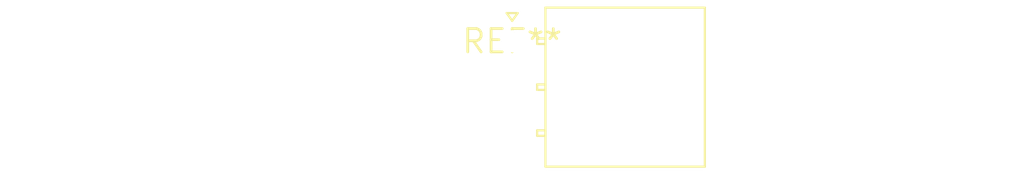
<source format=kicad_pcb>
(kicad_pcb (version 20240108) (generator pcbnew)
  (layers (0 "F.Cu" signal) (31 "B.Cu" signal) (34 "B.Paste" user) (35 "F.Paste" user) (36 "B.SilkS" user "B.Silkscreen") (37 "F.SilkS" user "F.Silkscreen") (38 "B.Mask" user) (39 "F.Mask" user) (44 "Edge.Cuts" user))
  (net 0 "")
  (footprint "Molex_Nano-Fit_105313-xx03_1x03_P2.50mm_Horizontal" (layer "F.Cu") (at 0 0)
    (property "Reference" "REF**")
    (property "Value" "Molex_Nano-Fit_105313-xx03_1x03_P2.50mm_Horizontal")
    (fp_line (start -0.3 -1.534264) (end 0 -1.11) (layer "F.SilkS") (stroke (width 0.12)))
    (fp_line (start 0 -1.11) (end 0.3 -1.534264) (layer "F.SilkS") (stroke (width 0.12)))
    (fp_line (start 0.3 -1.534264) (end -0.3 -1.534264) (layer "F.SilkS") (stroke (width 0.12)))
    (fp_line (start 1.36 -0.15) (end 1.36 0.15) (layer "F.SilkS") (stroke (width 0.12)))
    (fp_line (start 1.36 0.15) (end 1.81 0.15) (layer "F.SilkS") (stroke (width 0.12)))
    (fp_line (start 1.36 2.35) (end 1.36 2.65) (layer "F.SilkS") (stroke (width 0.12)))
    (fp_line (start 1.36 2.65) (end 1.81 2.65) (layer "F.SilkS") (stroke (width 0.12)))
    (fp_line (start 1.36 4.85) (end 1.36 5.15) (layer "F.SilkS") (stroke (width 0.12)))
    (fp_line (start 1.36 5.15) (end 1.81 5.15) (layer "F.SilkS") (stroke (width 0.12)))
    (fp_line (start 1.81 -1.83) (end 1.81 6.83) (layer "F.SilkS") (stroke (width 0.12)))
    (fp_line (start 1.81 -0.15) (end 1.36 -0.15) (layer "F.SilkS") (stroke (width 0.12)))
    (fp_line (start 1.81 0.15) (end 1.81 -0.15) (layer "F.SilkS") (stroke (width 0.12)))
    (fp_line (start 1.81 2.35) (end 1.36 2.35) (layer "F.SilkS") (stroke (width 0.12)))
    (fp_line (start 1.81 2.65) (end 1.81 2.35) (layer "F.SilkS") (stroke (width 0.12)))
    (fp_line (start 1.81 4.85) (end 1.36 4.85) (layer "F.SilkS") (stroke (width 0.12)))
    (fp_line (start 1.81 5.15) (end 1.81 4.85) (layer "F.SilkS") (stroke (width 0.12)))
    (fp_line (start 1.81 6.83) (end 10.49 6.83) (layer "F.SilkS") (stroke (width 0.12)))
    (fp_line (start 10.49 -1.83) (end 1.81 -1.83) (layer "F.SilkS") (stroke (width 0.12)))
    (fp_line (start 10.49 6.83) (end 10.49 -1.83) (layer "F.SilkS") (stroke (width 0.12)))
    (pad "" np_thru_hole circle (at 7.18 0) (size 1.7 1.7) (drill 1.7) (layers *.Cu *.Mask))
    (pad "" np_thru_hole circle (at 7.18 5) (size 1.7 1.7) (drill 1.7) (layers *.Cu *.Mask))
    (pad "1" thru_hole roundrect (at 0 0) (size 2.2 1.7) (drill 1.2) (layers *.Cu *.Mask) (remove_unused_layers) (roundrect_rratio 0.147059))
    (pad "2" thru_hole oval (at 0 2.5) (size 2.2 1.7) (drill 1.2) (layers *.Cu *.Mask) (remove_unused_layers))
    (pad "3" thru_hole oval (at 0 5) (size 2.2 1.7) (drill 1.2) (layers *.Cu *.Mask) (remove_unused_layers))
  )
)
</source>
